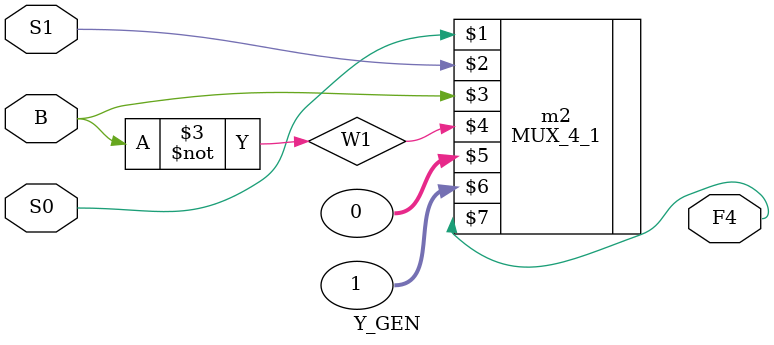
<source format=v>
module
Y_GEN (S0,S1,B,F4);
//S0,S1 are select bases
input B,S0,S1;
output F4;
wire W1;
not G1(W1,B);
//if S0=S1=0 then the output is B itself
//if S0=1, S1=0 then the output is B’s compliment
//if S0=0, S1=1 the output is 0
//if S0=S1=1 the output is 1
MUX_4_1 m2(S0,S1,B,W1,0,1,F4);
endmodule

</source>
